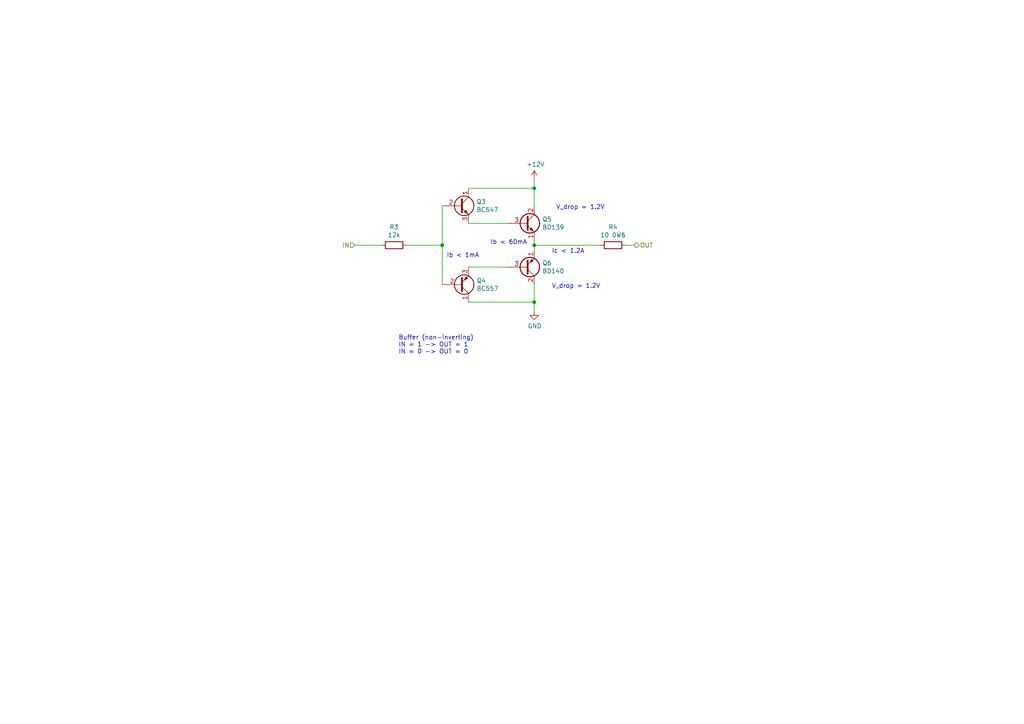
<source format=kicad_sch>
(kicad_sch (version 20211123) (generator eeschema)
  (paper "A4")
  (lib_symbols
    (symbol "Device:R" (pin_numbers hide) (pin_names (offset 0))
      (property "Reference" "R" (at 2.032 0 90))
      (property "Value" "R" (at 0 0 90))
      (symbol "R_0_1"
        (rectangle (start -1.016 -2.54) (end 1.016 2.54) (stroke (width 0.254)))
      )
      (symbol "R_1_1"
        (pin passive line (at 0 3.81 270) (length 1.27) (name "~") (number "1"))
        (pin passive line (at 0 -3.81 90) (length 1.27) (name "~") (number "2"))
      )
    )
    (symbol "Transistor_BJT:BC547" (pin_names (offset 0) hide)
      (property "Reference" "Q" (at 5.08 1.905 0))
      (property "Value" "BC547" (at 5.08 0 0))
      (symbol "BC547_0_1"
        (polyline (pts (xy 0 0) (xy 0.635 0)))
        (polyline (pts (xy 0.635 0.635) (xy 2.54 2.54)))
        (polyline (pts (xy 0.635 -0.635) (xy 2.54 -2.54) (xy 2.54 -2.54)))
        (polyline (pts (xy 0.635 1.905) (xy 0.635 -1.905) (xy 0.635 -1.905)) (stroke (width 0.508)))
        (polyline (pts (xy 1.27 -1.778) (xy 1.778 -1.27) (xy 2.286 -2.286) (xy 1.27 -1.778) (xy 1.27 -1.778)) (fill (type outline)))
        (circle (center 1.27 0) (radius 2.8194) (stroke (width 0.254)))
      )
      (symbol "BC547_1_1"
        (pin passive line (at 2.54 5.08 270) (length 2.54) (name "C") (number "1"))
        (pin input line (at -5.08 0 0) (length 5.08) (name "B") (number "2"))
        (pin passive line (at 2.54 -5.08 90) (length 2.54) (name "E") (number "3"))
      )
    )
    (symbol "Transistor_BJT:BC557" (pin_names (offset 0) hide)
      (property "Reference" "Q" (at 5.08 1.905 0))
      (property "Value" "BC557" (at 5.08 0 0))
      (symbol "BC557_0_1"
        (polyline (pts (xy 0.635 0.635) (xy 2.54 2.54)))
        (polyline (pts (xy 0.635 -0.635) (xy 2.54 -2.54) (xy 2.54 -2.54)))
        (polyline (pts (xy 0.635 1.905) (xy 0.635 -1.905) (xy 0.635 -1.905)) (stroke (width 0.508)))
        (polyline (pts (xy 2.286 -1.778) (xy 1.778 -2.286) (xy 1.27 -1.27) (xy 2.286 -1.778) (xy 2.286 -1.778)) (fill (type outline)))
        (circle (center 1.27 0) (radius 2.8194) (stroke (width 0.254)))
      )
      (symbol "BC557_1_1"
        (pin passive line (at 2.54 5.08 270) (length 2.54) (name "C") (number "1"))
        (pin input line (at -5.08 0 0) (length 5.715) (name "B") (number "2"))
        (pin passive line (at 2.54 -5.08 90) (length 2.54) (name "E") (number "3"))
      )
    )
    (symbol "Transistor_BJT:BD139" (pin_names (offset 0) hide)
      (property "Reference" "Q" (at 5.08 1.905 0))
      (property "Value" "BD139" (at 5.08 0 0))
      (symbol "BD139_0_1"
        (polyline (pts (xy 0 0) (xy 0.635 0)))
        (polyline (pts (xy 2.54 -2.54) (xy 0.635 -0.635)))
        (polyline (pts (xy 2.54 2.54) (xy 0.635 0.635)))
        (polyline (pts (xy 0.635 1.905) (xy 0.635 -1.905) (xy 0.635 -1.905)) (stroke (width 0.508)) (fill (type outline)))
        (polyline (pts (xy 1.2446 -1.778) (xy 1.7526 -1.27) (xy 2.286 -2.286) (xy 1.2446 -1.778) (xy 1.2446 -1.778)) (fill (type outline)))
        (circle (center 1.27 0) (radius 2.8194) (stroke (width 0.3048)))
      )
      (symbol "BD139_1_1"
        (pin passive line (at 2.54 -5.08 90) (length 2.54) (name "E") (number "1"))
        (pin passive line (at 2.54 5.08 270) (length 2.54) (name "C") (number "2"))
        (pin input line (at -5.08 0 0) (length 5.08) (name "B") (number "3"))
      )
    )
    (symbol "Transistor_BJT:BD140" (pin_names (offset 0) hide)
      (property "Reference" "Q" (at 5.08 1.905 0))
      (property "Value" "BD140" (at 5.08 0 0))
      (symbol "BD140_0_1"
        (polyline (pts (xy 0 0) (xy 0.635 0)))
        (polyline (pts (xy 2.54 -2.54) (xy 0.635 -0.635)))
        (polyline (pts (xy 2.54 2.54) (xy 0.635 0.635)))
        (polyline (pts (xy 0.635 1.905) (xy 0.635 -1.905) (xy 0.635 -1.905)) (stroke (width 0.508)) (fill (type outline)))
        (polyline (pts (xy 1.778 -2.286) (xy 2.286 -1.778) (xy 1.27 -1.27) (xy 1.778 -2.286) (xy 1.778 -2.286)) (fill (type outline)))
        (circle (center 1.27 0) (radius 2.8194) (stroke (width 0.3048)))
      )
      (symbol "BD140_1_1"
        (pin passive line (at 2.54 -5.08 90) (length 2.54) (name "E") (number "1"))
        (pin passive line (at 2.54 5.08 270) (length 2.54) (name "C") (number "2"))
        (pin input line (at -5.08 0 0) (length 5.08) (name "B") (number "3"))
      )
    )
    (symbol "power:+12V" (power) (pin_names (offset 0))
      (property "Value" "+12V" (at 0 3.556 0))
      (symbol "+12V_0_1"
        (polyline (pts (xy -0.762 1.27) (xy 0 2.54)))
        (polyline (pts (xy 0 0) (xy 0 2.54)))
        (polyline (pts (xy 0 2.54) (xy 0.762 1.27)))
      )
      (symbol "+12V_1_1"
        (pin power_in line (at 0 0 90) (length 0) hide (name "+12V") (number "1"))
      )
    )
    (symbol "power:GND" (power) (pin_names (offset 0))
      (property "Value" "GND" (at 0 -3.81 0))
      (symbol "GND_0_1"
        (polyline (pts (xy 0 0) (xy 0 -1.27) (xy 1.27 -1.27) (xy 0 -2.54) (xy -1.27 -1.27) (xy 0 -1.27)))
      )
      (symbol "GND_1_1"
        (pin power_in line (at 0 0 270) (length 0) hide (name "GND") (number "1"))
      )
    )
  )
  (junction (at 128.27 71.12))
  (junction (at 154.94 87.63))
  (junction (at 154.94 71.12))
  (junction (at 154.94 54.61))
  (wire (pts (xy 135.89 54.61) (xy 154.94 54.61)))
  (wire (pts (xy 154.94 87.63) (xy 154.94 82.55)))
  (wire (pts (xy 154.94 71.12) (xy 154.94 69.85)))
  (wire (pts (xy 154.94 90.17) (xy 154.94 87.63)))
  (wire (pts (xy 102.87 71.12) (xy 110.49 71.12)))
  (wire (pts (xy 135.89 77.47) (xy 147.32 77.47)))
  (wire (pts (xy 128.27 82.55) (xy 128.27 71.12)))
  (wire (pts (xy 154.94 54.61) (xy 154.94 59.69)))
  (wire (pts (xy 184.15 71.12) (xy 181.61 71.12)))
  (wire (pts (xy 135.89 64.77) (xy 147.32 64.77)))
  (wire (pts (xy 154.94 72.39) (xy 154.94 71.12)))
  (wire (pts (xy 173.99 71.12) (xy 154.94 71.12)))
  (wire (pts (xy 118.11 71.12) (xy 128.27 71.12)))
  (wire (pts (xy 135.89 87.63) (xy 154.94 87.63)))
  (wire (pts (xy 128.27 71.12) (xy 128.27 59.69)))
  (wire (pts (xy 154.94 52.07) (xy 154.94 54.61)))
  (text "V_drop = 1.2V" (at 161.29 60.96 0) (effects (font (size 1.27 1.27)) (justify left bottom)))
  (text "Ib < 1mA" (at 129.54 74.93 0) (effects (font (size 1.27 1.27)) (justify left bottom)))
  (text "Ib < 60mA" (at 142.24 71.12 0) (effects (font (size 1.27 1.27)) (justify left bottom)))
  (text "Ic < 1.2A" (at 160.02 73.66 0) (effects (font (size 1.27 1.27)) (justify left bottom)))
  (text "V_drop = 1.2V" (at 160.02 83.82 0) (effects (font (size 1.27 1.27)) (justify left bottom)))
  (text "Buffer (non-inverting)\nIN = 1 -> OUT = 1\nIN = 0 -> OUT = 0\n" (at 115.57 102.87 0) (effects (font (size 1.27 1.27)) (justify left bottom)))
  (hierarchical_label "OUT" (shape output) (at 184.15 71.12 0))
  (hierarchical_label "IN" (shape input) (at 102.87 71.12 180))
  (symbol (lib_id "Transistor_BJT:BD139") (at 152.4 64.77 0) (unit 1)
    (property "Reference" "Q5" (at 157.2768 63.6016 0) (effects (justify left)))
    (property "Value" "BD139" (at 157.2768 65.913 0) (effects (justify left)))
    (property "Footprint" "Package_TO_SOT_THT:TO-126-3_Vertical" (effects hide))
    (property "Datasheet" "http://www.st.com/internet/com/TECHNICAL_RESOURCES/TECHNICAL_LITERATURE/DATASHEET/CD00001225.pdf" (effects hide))
  )
  (symbol (lib_id "Device:R") (at 114.3 71.12 270) (unit 1)
    (property "Reference" "R3" (at 114.3 65.8622 90))
    (property "Value" "12k" (at 114.3 68.1736 90))
    (property "Footprint" "Resistor_THT:R_Axial_DIN0207_L6.3mm_D2.5mm_P7.62mm_Horizontal" (effects hide))
  )
  (symbol (lib_id "Transistor_BJT:BC547") (at 133.35 59.69 0) (unit 1)
    (property "Reference" "Q3" (at 138.2014 58.5216 0) (effects (justify left)))
    (property "Value" "BC547" (at 138.2014 60.833 0) (effects (justify left)))
    (property "Footprint" "Package_TO_SOT_THT:TO-92_Inline_Wide" (effects hide))
    (property "Datasheet" "http://www.fairchildsemi.com/ds/BC/BC547.pdf" (effects hide))
  )
  (symbol (lib_id "Transistor_BJT:BD140") (at 152.4 77.47 0) (mirror x) (unit 1)
    (property "Reference" "Q6" (at 157.2768 76.3016 0) (effects (justify left)))
    (property "Value" "BD140" (at 157.2768 78.613 0) (effects (justify left)))
    (property "Footprint" "Package_TO_SOT_THT:TO-126-3_Vertical" (effects hide))
    (property "Datasheet" "http://www.st.com/internet/com/TECHNICAL_RESOURCES/TECHNICAL_LITERATURE/DATASHEET/CD00001225.pdf" (effects hide))
  )
  (symbol (lib_id "Device:R") (at 177.8 71.12 270) (unit 1)
    (property "Reference" "R4" (at 177.8 65.8622 90))
    (property "Value" "10 0W6" (at 177.8 68.1736 90))
    (property "Footprint" "Resistor_THT:R_Axial_DIN0207_L6.3mm_D2.5mm_P7.62mm_Horizontal" (effects hide))
  )
  (symbol (lib_id "Transistor_BJT:BC557") (at 133.35 82.55 0) (mirror x) (unit 1)
    (property "Reference" "Q4" (at 138.2014 81.3816 0) (effects (justify left)))
    (property "Value" "BC557" (at 138.2014 83.693 0) (effects (justify left)))
    (property "Footprint" "Package_TO_SOT_THT:TO-92_Inline_Wide" (effects hide))
    (property "Datasheet" "http://www.fairchildsemi.com/ds/BC/BC557.pdf" (effects hide))
  )
  (symbol (lib_id "power:+12V") (at 154.94 52.07 0) (unit 1)
    (property "Reference" "#PWR024" (effects hide))
    (property "Value" "+12V" (at 155.321 47.6758 0))
  )
  (symbol (lib_id "power:GND") (at 154.94 90.17 0) (unit 1)
    (property "Reference" "#PWR025" (effects hide))
    (property "Value" "GND" (at 155.067 94.5642 0))
  )
)
</source>
